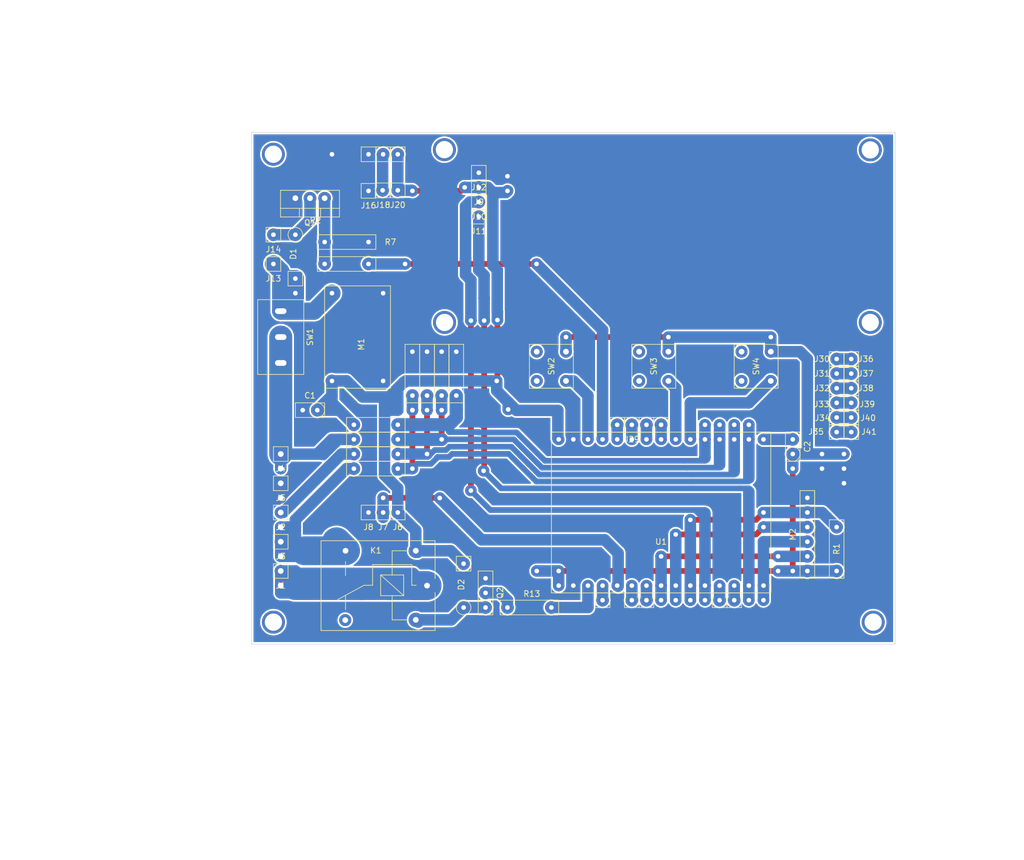
<source format=kicad_pcb>
(kicad_pcb (version 20171130) (host pcbnew "(5.1.6)-1")
  (layers (0 F.Cu signal) (31 B.Cu signal) (34 B.Paste user hide) (35 F.Paste user hide) (36 B.SilkS user hide) (37 F.SilkS user hide) (38 B.Mask user hide) (39 F.Mask user hide) (44 Edge.Cuts user))
  (net 0 "")
  (net 1 GND)
  (net 2 +5V)
  (net 3 +3V3)
  (net 4 "Net-(C2-Pad2)")
  (net 5 "Net-(D1-Pad2)")
  (net 6 "Net-(D2-Pad2)")
  (net 7 PUMP_IN)
  (net 8 PUMP_OUT)
  (net 9 PUMP2_IN)
  (net 10 LED_DATA)
  (net 11 SDA)
  (net 12 SCL)
  (net 13 +12V)
  (net 14 MISO)
  (net 15 SCLK)
  (net 16 MOSI)
  (net 17 SD_CS)
  (net 18 RELAY)
  (net 19 S_POUT)
  (net 20 S_PIN2)
  (net 21 S_12V)
  (net 22 S_5V)
  (net 23 BUTTON1)
  (net 24 BUTTON2)
  (net 25 BUTTON3)
  (net 26 ALARM)
  (net 27 RAW_12V)
  (net 28 "Net-(J17-Pad1)")
  (net 29 "Net-(Q2-Pad2)")
  (net 30 "Net-(Q1-Pad1)")
  (net 31 "Net-(J21-Pad1)")
  (net 32 "Net-(J22-Pad1)")
  (net 33 "Net-(J23-Pad1)")
  (net 34 "Net-(J24-Pad1)")
  (net 35 "Net-(J25-Pad1)")
  (net 36 "Net-(J26-Pad1)")
  (net 37 "Net-(J27-Pad1)")
  (net 38 "Net-(J28-Pad1)")
  (net 39 "Net-(J29-Pad1)")
  (net 40 "Net-(J30-Pad1)")
  (net 41 "Net-(J31-Pad1)")
  (net 42 "Net-(J32-Pad1)")
  (net 43 "Net-(J33-Pad1)")
  (net 44 "Net-(J34-Pad1)")
  (net 45 "Net-(J35-Pad1)")
  (module cnc3018-PCB:ESP32-DEV_0 (layer F.Cu) (at 71.12 -22.86)
    (fp_text reference U1 (at 0 5.08) (layer F.SilkS))
    (fp_text value ESP32_DEV_0)
    (pad 1 thru_hole circle (at -17.78 -12.7) (size 2 2) (drill 0.8) (layers *.Cu *.Mask) (net 2 +5V))
    (pad 2 thru_hole circle (at -15.24 -12.7) (size 2 2) (drill 0.8) (layers *.Cu *.Mask) (net 1 GND))
    (pad 3 thru_hole circle (at -12.7 -12.7) (size 2 2) (drill 0.8) (layers *.Cu *.Mask) (net 23 BUTTON1))
    (pad 4 thru_hole circle (at -10.16 -12.7) (size 2 2) (drill 0.8) (layers *.Cu *.Mask) (net 26 ALARM))
    (pad 5 thru_hole circle (at -7.62 -12.7) (size 2 2) (drill 0.8) (layers *.Cu *.Mask) (net 34 "Net-(J24-Pad1)"))
    (pad 6 thru_hole circle (at -5.08 -12.7) (size 2 2) (drill 0.8) (layers *.Cu *.Mask) (net 39 "Net-(J29-Pad1)"))
    (pad 7 thru_hole circle (at -2.54 -12.7) (size 2 2) (drill 0.8) (layers *.Cu *.Mask) (net 35 "Net-(J25-Pad1)"))
    (pad 8 thru_hole circle (at 0 -12.7) (size 2 2) (drill 0.8) (layers *.Cu *.Mask) (net 36 "Net-(J26-Pad1)"))
    (pad 9 thru_hole circle (at 2.54 -12.7) (size 2 2) (drill 0.8) (layers *.Cu *.Mask) (net 24 BUTTON2))
    (pad 10 thru_hole circle (at 5.08 -12.7) (size 2 2) (drill 0.8) (layers *.Cu *.Mask) (net 25 BUTTON3))
    (pad 11 thru_hole circle (at 7.62 -12.7) (size 2 2) (drill 0.8) (layers *.Cu *.Mask) (net 22 S_5V))
    (pad 12 thru_hole circle (at 10.16 -12.7) (size 2 2) (drill 0.8) (layers *.Cu *.Mask) (net 21 S_12V))
    (pad 13 thru_hole circle (at 12.7 -12.7) (size 2 2) (drill 0.8) (layers *.Cu *.Mask) (net 20 S_PIN2))
    (pad 14 thru_hole circle (at 15.24 -12.7) (size 2 2) (drill 0.8) (layers *.Cu *.Mask) (net 19 S_POUT))
    (pad 15 thru_hole circle (at 17.78 -12.7) (size 2 2) (drill 0.8) (layers *.Cu *.Mask) (net 4 "Net-(C2-Pad2)"))
    (pad 16 thru_hole circle (at 17.78 12.7) (size 2 2) (drill 0.8) (layers *.Cu *.Mask) (net 16 MOSI))
    (pad 17 thru_hole circle (at 15.24 12.7) (size 2 2) (drill 0.8) (layers *.Cu *.Mask) (net 12 SCL))
    (pad 18 thru_hole circle (at 12.7 12.7) (size 2 2) (drill 0.8) (layers *.Cu *.Mask) (net 38 "Net-(J28-Pad1)"))
    (pad 19 thru_hole circle (at 10.16 12.7) (size 2 2) (drill 0.8) (layers *.Cu *.Mask) (net 37 "Net-(J27-Pad1)"))
    (pad 20 thru_hole circle (at 7.62 12.7) (size 2 2) (drill 0.8) (layers *.Cu *.Mask) (net 11 SDA))
    (pad 21 thru_hole circle (at 5.08 12.7) (size 2 2) (drill 0.8) (layers *.Cu *.Mask) (net 14 MISO))
    (pad 22 thru_hole circle (at 2.54 12.7) (size 2 2) (drill 0.8) (layers *.Cu *.Mask) (net 15 SCLK))
    (pad 23 thru_hole circle (at 0 12.7) (size 2 2) (drill 0.8) (layers *.Cu *.Mask) (net 17 SD_CS))
    (pad 24 thru_hole circle (at -2.54 12.7) (size 2 2) (drill 0.8) (layers *.Cu *.Mask) (net 33 "Net-(J23-Pad1)"))
    (pad 25 thru_hole circle (at -5.08 12.7) (size 2 2) (drill 0.8) (layers *.Cu *.Mask) (net 32 "Net-(J22-Pad1)"))
    (pad 26 thru_hole circle (at -7.62 12.7) (size 2 2) (drill 0.8) (layers *.Cu *.Mask) (net 10 LED_DATA))
    (pad 27 thru_hole circle (at -10.16 12.7) (size 2 2) (drill 0.8) (layers *.Cu *.Mask) (net 31 "Net-(J21-Pad1)"))
    (pad 28 thru_hole circle (at -12.7 12.7) (size 2 2) (drill 0.8) (layers *.Cu *.Mask) (net 18 RELAY))
    (pad 29 thru_hole circle (at -15.24 12.7) (size 2 2) (drill 0.8) (layers *.Cu *.Mask) (net 1 GND))
    (pad 30 thru_hole circle (at -17.78 12.7) (size 2 2) (drill 0.8) (layers *.Cu *.Mask) (net 3 +3V3))
  )
  (module cnc3018-PCB:my1pin (layer F.Cu) (at 20.32 -78.74)
    (fp_text reference J16 (at 0 2.54) (layer F.SilkS))
    (fp_text value LED_GND)
    (pad 1 thru_hole circle (at 0 0) (size 2.2 2.2) (drill 0.8) (layers *.Cu *.Mask) (net 1 GND))
  )
  (module cnc3018-PCB:my2pin (layer F.Cu) (at 11.43 -40.64 180)
    (fp_text reference C1 (at 1.27 2.54) (layer F.SilkS))
    (fp_text value 47uf)
    (pad 2 thru_hole circle (at 2.54 0 180) (size 2.2 2.2) (drill 0.8) (layers *.Cu *.Mask) (net 1 GND))
    (pad 1 thru_hole circle (at 0 0 180) (size 2.2 2.2) (drill 0.8) (layers *.Cu *.Mask) (net 2 +5V))
  )
  (module cnc3018-PCB:my2pin (layer F.Cu) (at 93.98 -33.02 90)
    (fp_text reference C2 (at 1.27 2.54 90) (layer F.SilkS))
    (fp_text value 10uf)
    (pad 1 thru_hole circle (at 0 0 90) (size 2.2 2.2) (drill 0.8) (layers *.Cu *.Mask) (net 3 +3V3))
    (pad 2 thru_hole circle (at 2.54 0 90) (size 2.2 2.2) (drill 0.8) (layers *.Cu *.Mask) (net 4 "Net-(C2-Pad2)"))
  )
  (module cnc3018-PCB:my1pin (layer F.Cu) (at 5.08 -12.7)
    (fp_text reference J1 (at 0 2.54) (layer F.SilkS))
    (fp_text value "PUMP IN")
    (pad 1 thru_hole circle (at 0 0) (size 2.1 2.1) (drill 1) (layers *.Cu *.Mask) (net 7 PUMP_IN))
  )
  (module cnc3018-PCB:my1pin (layer F.Cu) (at 5.08 -17.78)
    (fp_text reference J3 (at 0 2.54) (layer F.SilkS))
    (fp_text value "PUMP OUT")
    (pad 1 thru_hole circle (at 0 0) (size 2.1 2.1) (drill 1) (layers *.Cu *.Mask) (net 8 PUMP_OUT))
  )
  (module cnc3018-PCB:my1pin (layer F.Cu) (at 5.08 -22.86)
    (fp_text reference J2 (at 0 2.54) (layer F.SilkS))
    (fp_text value "PUMP2 IN")
    (pad 1 thru_hole circle (at 0 0) (size 2.1 2.1) (drill 1) (layers *.Cu *.Mask) (net 9 PUMP2_IN))
  )
  (module cnc3018-PCB:my1pin (layer F.Cu) (at 5.08 -33.02)
    (fp_text reference J4 (at 0 2.54) (layer F.SilkS))
    (fp_text value 12V)
    (pad 1 thru_hole circle (at 0 0) (size 2.1 2.1) (drill 1) (layers *.Cu *.Mask) (net 27 RAW_12V))
  )
  (module cnc3018-PCB:my1pin (layer F.Cu) (at 5.08 -27.94)
    (fp_text reference J5 (at 0 2.54) (layer F.SilkS))
    (fp_text value GND)
    (pad 1 thru_hole circle (at 0 0) (size 2.1 2.1) (drill 1) (layers *.Cu *.Mask) (net 1 GND))
  )
  (module cnc3018-PCB:my1pin (layer F.Cu) (at 25.4 -22.86)
    (fp_text reference J6 (at 0 2.54) (layer F.SilkS))
    (fp_text value LED_5V)
    (pad 1 thru_hole circle (at 0 0) (size 2.2 2.2) (drill 0.8) (layers *.Cu *.Mask) (net 2 +5V))
  )
  (module cnc3018-PCB:my1pin (layer F.Cu) (at 22.86 -22.86)
    (fp_text reference J7 (at 0 2.54) (layer F.SilkS))
    (fp_text value LED_DATA)
    (pad 1 thru_hole circle (at 0 0) (size 2.2 2.2) (drill 0.8) (layers *.Cu *.Mask) (net 10 LED_DATA))
  )
  (module cnc3018-PCB:my1pin (layer F.Cu) (at 20.32 -22.86)
    (fp_text reference J8 (at 0 2.54) (layer F.SilkS))
    (fp_text value LED_GND)
    (pad 1 thru_hole circle (at 0 0) (size 2.2 2.2) (drill 0.8) (layers *.Cu *.Mask) (net 1 GND))
  )
  (module cnc3018-PCB:my1pin (layer F.Cu) (at 39.47 -79.34)
    (fp_text reference J9 (at 0 2.54) (layer F.SilkS))
    (fp_text value LCD_5V)
    (pad 1 thru_hole circle (at 0 0) (size 2.2 2.2) (drill 0.8) (layers *.Cu *.Mask) (net 2 +5V))
  )
  (module cnc3018-PCB:my1pin (layer F.Cu) (at 39.47 -76.8)
    (fp_text reference J10 (at 0 2.54) (layer F.SilkS))
    (fp_text value LCD_SDA)
    (pad 1 thru_hole circle (at 0 0) (size 2.2 2.2) (drill 0.8) (layers *.Cu *.Mask) (net 11 SDA))
  )
  (module cnc3018-PCB:my1pin (layer F.Cu) (at 39.47 -74.26)
    (fp_text reference J11 (at 0 2.54) (layer F.SilkS))
    (fp_text value LCD_SCL)
    (pad 1 thru_hole circle (at 0 0) (size 2.2 2.2) (drill 0.8) (layers *.Cu *.Mask) (net 12 SCL))
  )
  (module cnc3018-PCB:my1pin (layer F.Cu) (at 39.47 -81.89)
    (fp_text reference J12 (at 0 2.54) (layer F.SilkS))
    (fp_text value LCD_GND)
    (pad 1 thru_hole circle (at 0 0) (size 2.2 2.2) (drill 0.8) (layers *.Cu *.Mask) (net 1 GND))
  )
  (module cnc3018-PCB:my1pin (layer F.Cu) (at 3.81 -66.04)
    (fp_text reference J13 (at 0 2.54) (layer F.SilkS))
    (fp_text value ALARM+)
    (pad 1 thru_hole circle (at 0 0) (size 2.2 2.2) (drill 0.8) (layers *.Cu *.Mask) (net 13 +12V))
  )
  (module cnc3018-PCB:my1pin (layer F.Cu) (at 3.81 -71.12)
    (fp_text reference J14 (at 0 2.54) (layer F.SilkS))
    (fp_text value ALARM-)
    (pad 1 thru_hole circle (at 0 0) (size 2.2 2.2) (drill 0.8) (layers *.Cu *.Mask) (net 5 "Net-(D1-Pad2)"))
  )
  (module Relay_THT:Relay_SPDT_SANYOU_SRD_Series_Form_C (layer F.Cu) (at 30.48 -10.16 180)
    (fp_text reference K1 (at 8.89 6.096) (layer F.SilkS))
    (fp_text value RELAY)
    (pad 2 thru_hole circle (at 1.95 6.05 270) (size 2.5 2.5) (drill 1) (layers *.Cu *.Mask) (net 2 +5V))
    (pad 3 thru_hole circle (at 14.15 6.05 180) (size 2.1 2.1) (drill 1) (layers *.Cu *.Mask) (net 8 PUMP_OUT))
    (pad 4 thru_hole circle (at 14.2 -6 180) (size 2.1 2.1) (drill 1) (layers *.Cu *.Mask))
    (pad 5 thru_hole circle (at 1.95 -5.95 270) (size 2.5 2.5) (drill 1) (layers *.Cu *.Mask) (net 6 "Net-(D2-Pad2)"))
    (pad 1 thru_hole circle (at 0 0 180) (size 2.1 2.1) (drill 1) (layers *.Cu *.Mask) (net 7 PUMP_IN))
  )
  (module cnc3018-PCB:BUCK01 (layer F.Cu) (at 22.86 -55.88 270)
    (fp_text reference M1 (at 3.81 3.81 90) (layer F.SilkS))
    (fp_text value BUCK01)
    (pad 1 thru_hole circle (at -5.08 0 270) (size 2.2 2.2) (drill 0.8) (layers *.Cu *.Mask) (net 1 GND))
    (pad 2 thru_hole circle (at 10.16 0 270) (size 2.2 2.2) (drill 0.8) (layers *.Cu *.Mask) (net 1 GND))
    (pad 3 thru_hole circle (at 10.16 8.89 270) (size 2.2 2.2) (drill 0.8) (layers *.Cu *.Mask) (net 2 +5V))
    (pad 4 thru_hole circle (at -5.08 8.89 270) (size 2.2 2.2) (drill 0.8) (layers *.Cu *.Mask) (net 13 +12V))
  )
  (module cnc3018-PCB:my6Pin (layer F.Cu) (at 96.52 -25.4 270)
    (fp_text reference M2 (at 6.35 2.54 90) (layer F.SilkS))
    (fp_text value SD_TYP0)
    (pad 1 thru_hole circle (at 0 0 270) (size 2.2 2.2) (drill 0.8) (layers *.Cu *.Mask) (net 1 GND))
    (pad 2 thru_hole circle (at 2.54 0 270) (size 2.2 2.2) (drill 0.8) (layers *.Cu *.Mask) (net 14 MISO))
    (pad 3 thru_hole circle (at 5.08 0 270) (size 2.2 2.2) (drill 0.8) (layers *.Cu *.Mask) (net 15 SCLK))
    (pad 4 thru_hole circle (at 7.62 0 270) (size 2.2 2.2) (drill 0.8) (layers *.Cu *.Mask) (net 16 MOSI))
    (pad 5 thru_hole circle (at 10.16 0 270) (size 2.2 2.2) (drill 0.8) (layers *.Cu *.Mask) (net 17 SD_CS))
    (pad 6 thru_hole circle (at 12.7 0 270) (size 2.2 2.2) (drill 0.8) (layers *.Cu *.Mask) (net 3 +3V3))
  )
  (module cnc3018-PCB:myResistor (layer F.Cu) (at 101.6 -20.32 270)
    (fp_text reference R1 (at 3.81 0 90) (layer F.SilkS))
    (fp_text value 10K)
    (pad 2 thru_hole circle (at 7.62 0 270) (size 2.2 2.2) (drill 0.8) (layers *.Cu *.Mask) (net 3 +3V3))
    (pad 1 thru_hole circle (at 0 0 270) (size 2.2 2.2) (drill 0.8) (layers *.Cu *.Mask) (net 14 MISO))
  )
  (module cnc3018-PCB:myResistor (layer F.Cu) (at 17.78 -30.48)
    (fp_text reference R3)
    (fp_text value 4.7K)
    (pad 1 thru_hole circle (at 0 0) (size 2.2 2.2) (drill 0.8) (layers *.Cu *.Mask) (net 8 PUMP_OUT))
    (pad 2 thru_hole circle (at 7.62 0) (size 2.2 2.2) (drill 0.8) (layers *.Cu *.Mask) (net 19 S_POUT))
  )
  (module cnc3018-PCB:myResistor (layer F.Cu) (at 17.78 -33.02)
    (fp_text reference R4)
    (fp_text value 4.7K)
    (pad 2 thru_hole circle (at 7.62 0) (size 2.2 2.2) (drill 0.8) (layers *.Cu *.Mask) (net 20 S_PIN2))
    (pad 1 thru_hole circle (at 0 0) (size 2.2 2.2) (drill 0.8) (layers *.Cu *.Mask) (net 9 PUMP2_IN))
  )
  (module cnc3018-PCB:myResistor (layer F.Cu) (at 17.78 -35.56)
    (fp_text reference R5)
    (fp_text value 4.7K)
    (pad 2 thru_hole circle (at 7.62 0) (size 2.2 2.2) (drill 0.8) (layers *.Cu *.Mask) (net 21 S_12V))
    (pad 1 thru_hole circle (at 0 0) (size 2.2 2.2) (drill 0.8) (layers *.Cu *.Mask) (net 27 RAW_12V))
  )
  (module cnc3018-PCB:myResistor (layer F.Cu) (at 17.78 -38.1)
    (fp_text reference R6 hide)
    (fp_text value 10K)
    (pad 2 thru_hole circle (at 7.62 0) (size 2.2 2.2) (drill 0.8) (layers *.Cu *.Mask) (net 22 S_5V))
    (pad 1 thru_hole circle (at 0 0) (size 2.2 2.2) (drill 0.8) (layers *.Cu *.Mask) (net 2 +5V))
  )
  (module cnc3018-PCB:myResistor (layer F.Cu) (at 27.94 -43.18 90)
    (fp_text reference R8)
    (fp_text value 1K)
    (pad 2 thru_hole circle (at 7.62 0 90) (size 2.2 2.2) (drill 0.8) (layers *.Cu *.Mask) (net 1 GND))
    (pad 1 thru_hole circle (at 0 0 90) (size 2.2 2.2) (drill 0.8) (layers *.Cu *.Mask) (net 19 S_POUT))
  )
  (module cnc3018-PCB:myResistor (layer F.Cu) (at 30.48 -43.18 90)
    (fp_text reference R9)
    (fp_text value 1K)
    (pad 2 thru_hole circle (at 7.62 0 90) (size 2.2 2.2) (drill 0.8) (layers *.Cu *.Mask) (net 1 GND))
    (pad 1 thru_hole circle (at 0 0 90) (size 2.2 2.2) (drill 0.8) (layers *.Cu *.Mask) (net 20 S_PIN2))
  )
  (module cnc3018-PCB:myResistor (layer F.Cu) (at 33.02 -43.18 90)
    (fp_text reference R10)
    (fp_text value 1K)
    (pad 2 thru_hole circle (at 7.62 0 90) (size 2.2 2.2) (drill 0.8) (layers *.Cu *.Mask) (net 1 GND))
    (pad 1 thru_hole circle (at 0 0 90) (size 2.2 2.2) (drill 0.8) (layers *.Cu *.Mask) (net 21 S_12V))
  )
  (module cnc3018-PCB:myResistor (layer F.Cu) (at 35.56 -43.18 90)
    (fp_text reference R11)
    (fp_text value 10K)
    (pad 2 thru_hole circle (at 7.62 0 90) (size 2.2 2.2) (drill 0.8) (layers *.Cu *.Mask) (net 1 GND))
    (pad 1 thru_hole circle (at 0 0 90) (size 2.2 2.2) (drill 0.8) (layers *.Cu *.Mask) (net 22 S_5V))
  )
  (module cnc3018-PCB:myResistor (layer F.Cu) (at 44.45 -6.35)
    (fp_text reference R13 (at 4.225 -2.375) (layer F.SilkS))
    (fp_text value 1K)
    (pad 1 thru_hole circle (at 0 0) (size 2.2 2.2) (drill 0.8) (layers *.Cu *.Mask) (net 29 "Net-(Q2-Pad2)"))
    (pad 2 thru_hole circle (at 7.62 0) (size 2.2 2.2) (drill 0.8) (layers *.Cu *.Mask) (net 18 RELAY))
  )
  (module cnc3018-PCB:SW_DPDT_BLUE_LEVER (layer F.Cu) (at 5.08 -53.34 90)
    (fp_text reference SW1 (at 0 5.08 90) (layer F.SilkS))
    (fp_text value POWER)
    (pad 2 thru_hole oval (at 0 0 90) (size 2 3) (drill oval 1 2) (layers *.Cu *.Mask) (net 27 RAW_12V))
    (pad 1 thru_hole oval (at -4.5 0 90) (size 2 3) (drill oval 1 2) (layers *.Cu *.Mask) (net 27 RAW_12V))
    (pad 3 thru_hole oval (at 4.5 0 90) (size 2 3) (drill oval 1 2) (layers *.Cu *.Mask) (net 13 +12V))
  )
  (module cnc3018-PCB:BUTTON (layer F.Cu) (at 52.07 -48.26 90)
    (fp_text reference SW2 (at 0 0 90) (layer F.SilkS))
    (fp_text value BUTTON1)
    (pad 3 thru_hole circle (at -2.54 -2.54 90) (size 2.1 2.1) (drill 1) (layers *.Cu *.Mask))
    (pad 4 thru_hole circle (at 2.54 -2.54 90) (size 2.1 2.1) (drill 1) (layers *.Cu *.Mask))
    (pad 2 thru_hole circle (at -2.54 2.54 90) (size 2.1 2.1) (drill 1) (layers *.Cu *.Mask) (net 23 BUTTON1))
    (pad 1 thru_hole circle (at 2.54 2.54 90) (size 2.1 2.1) (drill 1) (layers *.Cu *.Mask) (net 3 +3V3))
  )
  (module cnc3018-PCB:BUTTON (layer F.Cu) (at 69.85 -48.26 90)
    (fp_text reference SW3 (at 0 0 90) (layer F.SilkS))
    (fp_text value BUTTON2)
    (pad 1 thru_hole circle (at 2.54 2.54 90) (size 2.1 2.1) (drill 1) (layers *.Cu *.Mask) (net 3 +3V3))
    (pad 2 thru_hole circle (at -2.54 2.54 90) (size 2.1 2.1) (drill 1) (layers *.Cu *.Mask) (net 24 BUTTON2))
    (pad 4 thru_hole circle (at 2.54 -2.54 90) (size 2.1 2.1) (drill 1) (layers *.Cu *.Mask))
    (pad 3 thru_hole circle (at -2.54 -2.54 90) (size 2.1 2.1) (drill 1) (layers *.Cu *.Mask))
  )
  (module cnc3018-PCB:BUTTON (layer F.Cu) (at 87.63 -48.26 90)
    (fp_text reference SW4 (at 0 0 90) (layer F.SilkS))
    (fp_text value BUTTON3)
    (pad 3 thru_hole circle (at -2.54 -2.54 90) (size 2.1 2.1) (drill 1) (layers *.Cu *.Mask))
    (pad 4 thru_hole circle (at 2.54 -2.54 90) (size 2.1 2.1) (drill 1) (layers *.Cu *.Mask))
    (pad 2 thru_hole circle (at -2.54 2.54 90) (size 2.1 2.1) (drill 1) (layers *.Cu *.Mask) (net 25 BUTTON3))
    (pad 1 thru_hole circle (at 2.54 2.54 90) (size 2.1 2.1) (drill 1) (layers *.Cu *.Mask) (net 3 +3V3))
  )
  (module cnc3018-PCB:my1pin (layer F.Cu) (at 20.32 -85.09 90)
    (fp_text reference J15)
    (fp_text value LED_GND)
    (pad 1 thru_hole circle (at 0 0 90) (size 2.2 2.2) (drill 0.8) (layers *.Cu *.Mask) (net 1 GND))
  )
  (module cnc3018-PCB:my1pin (layer F.Cu) (at 22.86 -85.09)
    (fp_text reference J17)
    (fp_text value LED_DATA)
    (pad 1 thru_hole circle (at 0 0) (size 2.2 2.2) (drill 0.8) (layers *.Cu *.Mask) (net 28 "Net-(J17-Pad1)"))
  )
  (module cnc3018-PCB:my1pin (layer F.Cu) (at 22.770001 -78.829999)
    (fp_text reference J18 (at 0 2.54) (layer F.SilkS))
    (fp_text value LED_DATA)
    (pad 1 thru_hole circle (at 0 0) (size 2.2 2.2) (drill 0.8) (layers *.Cu *.Mask) (net 28 "Net-(J17-Pad1)"))
  )
  (module cnc3018-PCB:my1pin (layer F.Cu) (at 25.4 -85.09)
    (fp_text reference J19)
    (fp_text value LED_5V)
    (pad 1 thru_hole circle (at 0 0) (size 2.2 2.2) (drill 0.8) (layers *.Cu *.Mask) (net 2 +5V))
  )
  (module cnc3018-PCB:my1pin (layer F.Cu) (at 25.4 -78.829999)
    (fp_text reference J20 (at 0 2.54) (layer F.SilkS))
    (fp_text value LED_5V)
    (pad 1 thru_hole circle (at 0 0) (size 2.2 2.2) (drill 0.8) (layers *.Cu *.Mask) (net 2 +5V))
  )
  (module cnc3018-PCB:my3pin (layer F.Cu) (at 40.64 -8.89 90)
    (fp_text reference Q2 (at 0 2.54 90) (layer F.SilkS))
    (fp_text value BCS547)
    (pad 1 thru_hole circle (at -2.54 0 90) (size 2.2 2.2) (drill 0.8) (layers *.Cu *.Mask) (net 6 "Net-(D2-Pad2)"))
    (pad 2 thru_hole circle (at 0 0 90) (size 2.2 2.2) (drill 0.8) (layers *.Cu *.Mask) (net 29 "Net-(Q2-Pad2)"))
    (pad 3 thru_hole circle (at 2.54 0 90) (size 2.2 2.2) (drill 0.8) (layers *.Cu *.Mask) (net 1 GND))
  )
  (module cnc3018-PCB:mySkip2 (layer F.Cu) (at 36.83 -13.97 270)
    (fp_text reference D2 (at 3.645 0.405 90) (layer F.SilkS))
    (fp_text value 1N4005)
    (pad 1 thru_hole circle (at 0 0 270) (size 2.2 2.2) (drill 0.8) (layers *.Cu *.Mask) (net 2 +5V))
    (pad 2 thru_hole circle (at 7.62 0 270) (size 2.2 2.2) (drill 0.8) (layers *.Cu *.Mask) (net 6 "Net-(D2-Pad2)"))
  )
  (module Package_TO_SOT_THT:TO-220-3_Vertical (layer F.Cu) (at 12.7 -77.47 180)
    (fp_text reference Q1 (at 2.54 -4.27) (layer F.SilkS))
    (fp_text value IRLZ44N)
    (pad 1 thru_hole circle (at 0 0 180) (size 2.2 2.2) (drill 1) (layers *.Cu *.Mask) (net 30 "Net-(Q1-Pad1)"))
    (pad 2 thru_hole circle (at 2.54 0 180) (size 2.2 2.2) (drill 1) (layers *.Cu *.Mask) (net 5 "Net-(D1-Pad2)"))
    (pad 3 thru_hole circle (at 5.08 0 180) (size 2.2 2.2) (drill 1) (layers *.Cu *.Mask) (net 1 GND))
  )
  (module cnc3018-PCB:myResistor (layer F.Cu) (at 20.32 -66.04 180)
    (fp_text reference R2 (at 9.217999 7.559999) (layer F.SilkS))
    (fp_text value 220)
    (pad 1 thru_hole circle (at 0 0 180) (size 2.2 2.2) (drill 0.8) (layers *.Cu *.Mask) (net 26 ALARM))
    (pad 2 thru_hole circle (at 7.62 0 180) (size 2.2 2.2) (drill 0.8) (layers *.Cu *.Mask) (net 30 "Net-(Q1-Pad1)"))
  )
  (module cnc3018-PCB:myResistor (layer F.Cu) (at 12.7 -69.85)
    (fp_text reference R7 (at 11.43 0) (layer F.SilkS))
    (fp_text value 10K)
    (pad 2 thru_hole circle (at 7.62 0) (size 2.2 2.2) (drill 0.8) (layers *.Cu *.Mask) (net 1 GND))
    (pad 1 thru_hole circle (at 0 0) (size 2.2 2.2) (drill 0.8) (layers *.Cu *.Mask) (net 30 "Net-(Q1-Pad1)"))
  )
  (module cnc3018-PCB:mySkip2 (layer F.Cu) (at 7.62 -63.5 90)
    (fp_text reference D1 (at 4.275 -0.37 90) (layer F.SilkS))
    (fp_text value 1N5818)
    (pad 1 thru_hole circle (at 0 0 90) (size 2.2 2.2) (drill 0.8) (layers *.Cu *.Mask) (net 13 +12V))
    (pad 2 thru_hole circle (at 7.62 0 90) (size 2.2 2.2) (drill 0.8) (layers *.Cu *.Mask) (net 5 "Net-(D1-Pad2)"))
  )
  (module cnc3018-PCB:my1pin (layer F.Cu) (at 60.96 -7.62)
    (fp_text reference J21)
    (fp_text value AUX)
    (pad 1 thru_hole circle (at 0 0) (size 2.2 2.2) (drill 0.8) (layers *.Cu *.Mask) (net 31 "Net-(J21-Pad1)"))
  )
  (module cnc3018-PCB:my1pin (layer F.Cu) (at 66.04 -7.62)
    (fp_text reference J22)
    (fp_text value AUX)
    (pad 1 thru_hole circle (at 0 0) (size 2.2 2.2) (drill 0.8) (layers *.Cu *.Mask) (net 32 "Net-(J22-Pad1)"))
  )
  (module cnc3018-PCB:my1pin (layer F.Cu) (at 68.58 -7.62)
    (fp_text reference J23)
    (fp_text value AUX)
    (pad 1 thru_hole circle (at 0 0) (size 2.2 2.2) (drill 0.8) (layers *.Cu *.Mask) (net 33 "Net-(J23-Pad1)"))
  )
  (module cnc3018-PCB:my1pin (layer F.Cu) (at 63.5 -38.1)
    (fp_text reference J24)
    (fp_text value AUX)
    (pad 1 thru_hole circle (at 0 0) (size 2.2 2.2) (drill 0.8) (layers *.Cu *.Mask) (net 34 "Net-(J24-Pad1)"))
  )
  (module cnc3018-PCB:my1pin (layer F.Cu) (at 68.58 -38.1)
    (fp_text reference J25)
    (fp_text value AUX)
    (pad 1 thru_hole circle (at 0 0) (size 2.2 2.2) (drill 0.8) (layers *.Cu *.Mask) (net 35 "Net-(J25-Pad1)"))
  )
  (module cnc3018-PCB:my1pin (layer F.Cu) (at 71.12 -38.1)
    (fp_text reference J26)
    (fp_text value AUX)
    (pad 1 thru_hole circle (at 0 0) (size 2.2 2.2) (drill 0.8) (layers *.Cu *.Mask) (net 36 "Net-(J26-Pad1)"))
  )
  (module cnc3018-PCB:my1pin (layer F.Cu) (at 81.28 -7.62)
    (fp_text reference J27)
    (fp_text value AUX)
    (pad 1 thru_hole circle (at 0 0) (size 2.2 2.2) (drill 0.8) (layers *.Cu *.Mask) (net 37 "Net-(J27-Pad1)"))
  )
  (module cnc3018-PCB:my1pin (layer F.Cu) (at 83.82 -7.62)
    (fp_text reference J28)
    (fp_text value AUX)
    (pad 1 thru_hole circle (at 0 0) (size 2.2 2.2) (drill 0.8) (layers *.Cu *.Mask) (net 38 "Net-(J28-Pad1)"))
  )
  (module cnc3018-PCB:my1pin (layer F.Cu) (at 66.04 -38.1)
    (fp_text reference J29 (at 0 2.54) (layer F.SilkS))
    (fp_text value AUX)
    (pad 1 thru_hole circle (at 0 0) (size 2.2 2.2) (drill 0.8) (layers *.Cu *.Mask) (net 39 "Net-(J29-Pad1)"))
  )
  (module cnc3018-PCB:my1pin (layer F.Cu) (at 101.6 -49.53)
    (fp_text reference J30 (at -2.54 0) (layer F.SilkS))
    (fp_text value AUX hide)
    (pad 1 thru_hole circle (at 0 0) (size 2.2 2.2) (drill 0.8) (layers *.Cu *.Mask) (net 40 "Net-(J30-Pad1)"))
  )
  (module cnc3018-PCB:my1pin (layer F.Cu) (at 101.6 -46.99)
    (fp_text reference J31 (at -2.54 0) (layer F.SilkS))
    (fp_text value AUX)
    (pad 1 thru_hole circle (at 0 0) (size 2.2 2.2) (drill 0.8) (layers *.Cu *.Mask) (net 41 "Net-(J31-Pad1)"))
  )
  (module cnc3018-PCB:my1pin (layer F.Cu) (at 101.6 -44.45)
    (fp_text reference J32 (at -2.54 0) (layer F.SilkS))
    (fp_text value AUX)
    (pad 1 thru_hole circle (at 0 0) (size 2.2 2.2) (drill 0.8) (layers *.Cu *.Mask) (net 42 "Net-(J32-Pad1)"))
  )
  (module cnc3018-PCB:my1pin (layer F.Cu) (at 101.6 -41.91)
    (fp_text reference J33 (at -2.600001 0.239999) (layer F.SilkS))
    (fp_text value AUX)
    (pad 1 thru_hole circle (at 0 0) (size 2.2 2.2) (drill 0.8) (layers *.Cu *.Mask) (net 43 "Net-(J33-Pad1)"))
  )
  (module cnc3018-PCB:my1pin (layer F.Cu) (at 101.6 -39.37)
    (fp_text reference J34 (at -2.450001 0.089999) (layer F.SilkS))
    (fp_text value AUX)
    (pad 1 thru_hole circle (at 0 0) (size 2.2 2.2) (drill 0.8) (layers *.Cu *.Mask) (net 44 "Net-(J34-Pad1)"))
  )
  (module cnc3018-PCB:my1pin (layer F.Cu) (at 101.6 -36.83)
    (fp_text reference J35 (at -3.570001 -0.060001) (layer F.SilkS))
    (fp_text value AUX)
    (pad 1 thru_hole circle (at 0 0) (size 2.2 2.2) (drill 0.8) (layers *.Cu *.Mask) (net 45 "Net-(J35-Pad1)"))
  )
  (module cnc3018-PCB:my1pin (layer F.Cu) (at 104.14 -49.53)
    (fp_text reference J36 (at 2.54 0) (layer F.SilkS))
    (fp_text value AUX)
    (pad 1 thru_hole circle (at 0 0) (size 2.2 2.2) (drill 0.8) (layers *.Cu *.Mask) (net 40 "Net-(J30-Pad1)"))
  )
  (module cnc3018-PCB:my1pin (layer F.Cu) (at 104.14 -46.99)
    (fp_text reference J37 (at 2.54 0) (layer F.SilkS))
    (fp_text value AUX)
    (pad 1 thru_hole circle (at 0 0) (size 2.2 2.2) (drill 0.8) (layers *.Cu *.Mask) (net 41 "Net-(J31-Pad1)"))
  )
  (module cnc3018-PCB:my1pin (layer F.Cu) (at 104.14 -44.45)
    (fp_text reference J38 (at 2.54 0) (layer F.SilkS))
    (fp_text value AUX)
    (pad 1 thru_hole circle (at 0 0) (size 2.2 2.2) (drill 0.8) (layers *.Cu *.Mask) (net 42 "Net-(J32-Pad1)"))
  )
  (module cnc3018-PCB:my1pin (layer F.Cu) (at 104.14 -41.91)
    (fp_text reference J39 (at 2.779999 0.239999) (layer F.SilkS))
    (fp_text value AUX)
    (pad 1 thru_hole circle (at 0 0) (size 2.2 2.2) (drill 0.8) (layers *.Cu *.Mask) (net 43 "Net-(J33-Pad1)"))
  )
  (module cnc3018-PCB:my1pin (layer F.Cu) (at 104.14 -39.37)
    (fp_text reference J40 (at 2.929999 0.089999) (layer F.SilkS))
    (fp_text value AUX)
    (pad 1 thru_hole circle (at 0 0) (size 2.2 2.2) (drill 0.8) (layers *.Cu *.Mask) (net 44 "Net-(J34-Pad1)"))
  )
  (module cnc3018-PCB:my1pin (layer F.Cu) (at 104.14 -36.83)
    (fp_text reference J41 (at 3.079999 -0.060001) (layer F.SilkS))
    (fp_text value AUX)
    (pad 1 thru_hole circle (at 0 0) (size 2.2 2.2) (drill 0.8) (layers *.Cu *.Mask) (net 45 "Net-(J35-Pad1)"))
  )
  (gr_line (start 111.76 -88.9) (end 0 -88.9) (layer Edge.Cuts) (width 0.1))
  (gr_line (start 111.76 0) (end 111.76 -88.9) (layer Edge.Cuts) (width 0.1))
  (gr_line (start 0 0) (end 111.76 0) (layer Edge.Cuts) (width 0.1))
  (gr_line (start 0 -88.9) (end 0 0) (layer Edge.Cuts) (width 0.1))
  (via (at 107.442 -85.852) (size 4) (drill 3) (layers F.Cu B.Cu) (net 0))
  (via (at 107.95 -3.81) (size 4) (drill 3) (layers F.Cu B.Cu) (net 0))
  (via (at 33.528 -55.88) (size 4) (drill 3) (layers F.Cu B.Cu) (net 0))
  (via (at 3.81 -3.81) (size 4) (drill 3) (layers F.Cu B.Cu) (net 0))
  (via (at 107.442 -55.88) (size 4) (drill 3) (layers F.Cu B.Cu) (net 0))
  (via (at 33.5 -85.9) (size 4) (drill 3) (layers F.Cu B.Cu) (net 0))
  (via (at 3.8 -85.1) (size 4) (drill 3) (layers F.Cu B.Cu) (net 0))
  (via (at 99.06 -30.48) (size 2) (drill 0.8) (layers F.Cu B.Cu) (net 1))
  (via (at 102.87 -30.48) (size 2) (drill 0.8) (layers F.Cu B.Cu) (net 1))
  (via (at 44.45 -81.28) (size 2) (drill 0.8) (layers F.Cu B.Cu) (net 1))
  (via (at 13.97 -85.09) (size 2) (drill 0.8) (layers F.Cu B.Cu) (net 1))
  (via (at 102.87 -27.94) (size 2) (drill 0.8) (layers F.Cu B.Cu) (net 1))
  (via (at 5.08 -25.4) (size 2) (drill 1) (layers F.Cu B.Cu) (net 1))
  (segment (start 13.97 -45.72) (end 16.51 -45.72) (width 2) (layer B.Cu) (net 2))
  (segment (start 28.53 -19.73) (end 28.53 -16.21) (width 2) (layer B.Cu) (net 2))
  (segment (start 13.97 -43.18) (end 11.43 -40.64) (width 2) (layer B.Cu) (net 2))
  (segment (start 15.24 -40.64) (end 17.78 -38.1) (width 2) (layer B.Cu) (net 2))
  (segment (start 11.43 -40.64) (end 15.24 -40.64) (width 2) (layer B.Cu) (net 2))
  (segment (start 13.97 -41.91) (end 15.24 -40.64) (width 2) (layer B.Cu) (net 2))
  (segment (start 13.97 -43.18) (end 13.97 -41.91) (width 2) (layer B.Cu) (net 2))
  (segment (start 25.4 -22.86) (end 27.305 -20.955) (width 2) (layer B.Cu) (net 2))
  (segment (start 27.305 -20.955) (end 28.53 -19.73) (width 2) (layer B.Cu) (net 2))
  (segment (start 13.97 -45.72) (end 13.97 -44.45) (width 2) (layer B.Cu) (net 2))
  (segment (start 13.97 -44.45) (end 13.97 -43.18) (width 2) (layer B.Cu) (net 2))
  (segment (start 16.51 -45.72) (end 17.145 -45.085) (width 2) (layer B.Cu) (net 2))
  (segment (start 18.415 -43.815) (end 16.51 -45.72) (width 2) (layer B.Cu) (net 2))
  (segment (start 17.145 -45.085) (end 18.415 -43.815) (width 2) (layer B.Cu) (net 2))
  (via (at 27.94 -78.74) (size 2) (drill 0.8) (layers F.Cu B.Cu) (net 2))
  (segment (start 39.47 -79.34) (end 37.0174 -79.34) (width 2) (layer B.Cu) (net 2))
  (segment (start 37.0174 -79.34) (end 37.0174 -79.34) (width 2) (layer B.Cu) (net 2))
  (via (at 37.0174 -79.34) (size 2) (drill 0.8) (layers F.Cu B.Cu) (net 2))
  (segment (start 18.415 -43.815) (end 19.304 -42.926) (width 2) (layer B.Cu) (net 2))
  (segment (start 19.304 -42.926) (end 23.876 -42.926) (width 2) (layer B.Cu) (net 2))
  (segment (start 23.099999 -29.351001) (end 23.099999 -42.149999) (width 2) (layer B.Cu) (net 2))
  (segment (start 23.099999 -42.149999) (end 23.876 -42.926) (width 2) (layer B.Cu) (net 2))
  (segment (start 28.82002 -15.91998) (end 28.53 -16.21) (width 2) (layer B.Cu) (net 2))
  (segment (start 25.4 -27.051) (end 25.4 -22.86) (width 2) (layer B.Cu) (net 2))
  (segment (start 23.099999 -29.351001) (end 25.4 -27.051) (width 2) (layer B.Cu) (net 2))
  (segment (start 27.850001 -78.829999) (end 27.94 -78.74) (width 2) (layer B.Cu) (net 2))
  (segment (start 25.4 -78.829999) (end 27.850001 -78.829999) (width 2) (layer B.Cu) (net 2))
  (segment (start 36.4174 -78.74) (end 37.0174 -79.34) (width 1) (layer F.Cu) (net 2))
  (segment (start 27.94 -78.74) (end 36.4174 -78.74) (width 1) (layer F.Cu) (net 2))
  (segment (start 41.91 -78.455634) (end 41.91 -65.786) (width 2) (layer B.Cu) (net 2))
  (segment (start 41.025634 -79.34) (end 41.91 -78.455634) (width 2) (layer B.Cu) (net 2))
  (segment (start 41.91 -65.786) (end 42.672 -65.024) (width 2) (layer B.Cu) (net 2))
  (segment (start 39.47 -79.34) (end 41.025634 -79.34) (width 2) (layer B.Cu) (net 2))
  (segment (start 34.59 -16.21) (end 36.83 -13.97) (width 2) (layer B.Cu) (net 2))
  (segment (start 28.53 -16.21) (end 34.59 -16.21) (width 2) (layer B.Cu) (net 2))
  (segment (start 42.672 -57.772) (end 42.7 -57.744) (width 2) (layer B.Cu) (net 2))
  (segment (start 42.672 -65.024) (end 42.672 -57.772) (width 2) (layer B.Cu) (net 2))
  (segment (start 42.7 -57.744) (end 42.7 -56.3) (width 2) (layer B.Cu) (net 2))
  (segment (start 26.430001 -45.480001) (end 26.557001 -45.480001) (width 2) (layer B.Cu) (net 2))
  (segment (start 26.797 -45.72) (end 42.58 -45.72) (width 2) (layer B.Cu) (net 2))
  (segment (start 26.557001 -45.480001) (end 26.797 -45.72) (width 2) (layer B.Cu) (net 2))
  (segment (start 42.7 -56.3) (end 42.7 -56.3) (width 2) (layer B.Cu) (net 2))
  (via (at 42.7 -56.3) (size 2) (drill 0.8) (layers F.Cu B.Cu) (net 2))
  (segment (start 42.58 -45.72) (end 42.58 -45.72) (width 2) (layer B.Cu) (net 2))
  (via (at 42.58 -45.72) (size 2) (drill 0.8) (layers F.Cu B.Cu) (net 2))
  (segment (start 42.7 -45.84) (end 42.58 -45.72) (width 1) (layer F.Cu) (net 2))
  (segment (start 42.7 -56.3) (end 42.7 -45.84) (width 1) (layer F.Cu) (net 2))
  (segment (start 42.58 -45.72) (end 42.58 -44.02) (width 2) (layer B.Cu) (net 2))
  (segment (start 46 -40.6) (end 53.2 -40.6) (width 2) (layer B.Cu) (net 2))
  (segment (start 53.2 -35.7) (end 53.34 -35.56) (width 2) (layer B.Cu) (net 2))
  (segment (start 53.2 -40.6) (end 53.2 -35.7) (width 2) (layer B.Cu) (net 2))
  (segment (start 25.4 -78.829999) (end 25.4 -85.09) (width 2) (layer B.Cu) (net 2))
  (segment (start 44.57 -42.03) (end 44.57 -40.76) (width 2) (layer B.Cu) (net 2))
  (segment (start 44.57 -42.03) (end 46 -40.6) (width 2) (layer B.Cu) (net 2))
  (segment (start 42.58 -44.02) (end 44.57 -42.03) (width 2) (layer B.Cu) (net 2))
  (segment (start 44.57 -40.76) (end 44.57 -40.76) (width 2) (layer B.Cu) (net 2))
  (via (at 44.57 -40.76) (size 2) (drill 0.8) (layers F.Cu B.Cu) (net 2))
  (segment (start 41.91 -78.455634) (end 44.165634 -78.455634) (width 2) (layer B.Cu) (net 2))
  (segment (start 44.165634 -78.455634) (end 44.45 -78.74) (width 2) (layer B.Cu) (net 2))
  (segment (start 44.45 -78.74) (end 44.45 -78.74) (width 2) (layer B.Cu) (net 2))
  (via (at 44.45 -78.74) (size 2) (drill 0.8) (layers F.Cu B.Cu) (net 2))
  (segment (start 25.4 -44.45) (end 25.4 -40.64) (width 2) (layer B.Cu) (net 2))
  (segment (start 25.4 -44.45) (end 26.430001 -45.480001) (width 2) (layer B.Cu) (net 2))
  (segment (start 23.876 -42.926) (end 25.4 -44.45) (width 2) (layer B.Cu) (net 2))
  (segment (start 25.4 -40.64) (end 24.13 -40.64) (width 2) (layer B.Cu) (net 2))
  (segment (start 24.13 -40.64) (end 24.13 -41.91) (width 2) (layer B.Cu) (net 2))
  (segment (start 96.52 -12.7) (end 93.98 -12.7) (width 2) (layer B.Cu) (net 3))
  (segment (start 96.52 -12.7) (end 101.6 -12.7) (width 2) (layer B.Cu) (net 3))
  (segment (start 91.44 -12.7) (end 91.44 -12.7) (width 2) (layer B.Cu) (net 3))
  (via (at 91.44 -12.7) (size 2) (drill 0.8) (layers F.Cu B.Cu) (net 3))
  (via (at 53.34 -12.7) (size 2) (drill 0.8) (layers F.Cu B.Cu) (net 3))
  (segment (start 93.98 -12.7) (end 91.44 -12.7) (width 2) (layer B.Cu) (net 3))
  (via (at 93.98 -12.7) (size 2) (drill 0.8) (layers F.Cu B.Cu) (net 3))
  (via (at 93.98 -30.48) (size 2) (drill 0.8) (layers F.Cu B.Cu) (net 3))
  (segment (start 53.34 -10.16) (end 53.34 -12.7) (width 2) (layer B.Cu) (net 3))
  (segment (start 91.44 -12.7) (end 53.34 -12.7) (width 1) (layer F.Cu) (net 3))
  (segment (start 93.98 -33.02) (end 96.52 -33.02) (width 2) (layer B.Cu) (net 3))
  (segment (start 93.98 -12.7) (end 93.98 -29.21) (width 1) (layer F.Cu) (net 3))
  (segment (start 93.98 -33.02) (end 93.98 -30.48) (width 2) (layer B.Cu) (net 3))
  (segment (start 93.98 -29.21) (end 93.98 -30.48) (width 1) (layer F.Cu) (net 3))
  (segment (start 96.52 -33.02) (end 96.52 -49.53) (width 2) (layer B.Cu) (net 3))
  (segment (start 95.25 -50.8) (end 90.17 -50.8) (width 2) (layer B.Cu) (net 3))
  (segment (start 96.52 -49.53) (end 95.25 -50.8) (width 2) (layer B.Cu) (net 3))
  (segment (start 54.61 -50.8) (end 54.61 -53.34) (width 2) (layer B.Cu) (net 3))
  (segment (start 72.39 -50.8) (end 72.39 -53.34) (width 2) (layer B.Cu) (net 3))
  (segment (start 90.17 -50.8) (end 90.17 -53.34) (width 2) (layer B.Cu) (net 3))
  (segment (start 54.61 -53.34) (end 54.61 -53.34) (width 2) (layer B.Cu) (net 3))
  (via (at 54.61 -53.34) (size 2) (drill 0.8) (layers F.Cu B.Cu) (net 3))
  (segment (start 72.39 -53.34) (end 72.39 -53.34) (width 2) (layer B.Cu) (net 3))
  (via (at 72.39 -53.34) (size 2) (drill 0.8) (layers F.Cu B.Cu) (net 3))
  (segment (start 90.17 -53.34) (end 90.17 -53.34) (width 2) (layer B.Cu) (net 3))
  (via (at 90.17 -53.34) (size 2) (drill 0.8) (layers F.Cu B.Cu) (net 3))
  (segment (start 54.61 -53.34) (end 72.39 -53.34) (width 1) (layer F.Cu) (net 3))
  (segment (start 72.39 -53.34) (end 90.17 -53.34) (width 2) (layer B.Cu) (net 3))
  (segment (start 96.52 -33.02) (end 99.06 -33.02) (width 2) (layer B.Cu) (net 3))
  (segment (start 102.87 -33.02) (end 102.87 -33.02) (width 2) (layer B.Cu) (net 3))
  (via (at 102.87 -33.02) (size 2) (drill 0.8) (layers F.Cu B.Cu) (net 3))
  (segment (start 99.06 -33.02) (end 102.87 -33.02) (width 2) (layer B.Cu) (net 3))
  (via (at 99.06 -33.02) (size 2) (drill 0.8) (layers F.Cu B.Cu) (net 3))
  (segment (start 53.34 -12.7) (end 49.53 -12.7) (width 2) (layer B.Cu) (net 3))
  (segment (start 49.53 -12.7) (end 49.53 -12.7) (width 2) (layer B.Cu) (net 3))
  (via (at 49.53 -12.7) (size 2) (drill 0.8) (layers F.Cu B.Cu) (net 3))
  (segment (start 88.9 -35.56) (end 93.98 -35.56) (width 2) (layer B.Cu) (net 4))
  (segment (start 3.81 -71.12) (end 7.62 -71.12) (width 2) (layer B.Cu) (net 5))
  (segment (start 7.62 -71.12) (end 10.16 -73.66) (width 2) (layer B.Cu) (net 5))
  (segment (start 10.16 -73.66) (end 10.16 -77.47) (width 2) (layer B.Cu) (net 5))
  (segment (start 28.93 -3.81) (end 28.53 -4.21) (width 2) (layer B.Cu) (net 6))
  (segment (start 34.69 -4.21) (end 36.83 -6.35) (width 2) (layer B.Cu) (net 6))
  (segment (start 28.53 -4.21) (end 34.69 -4.21) (width 2) (layer B.Cu) (net 6))
  (segment (start 36.83 -6.35) (end 40.64 -6.35) (width 2) (layer B.Cu) (net 6))
  (segment (start 30.48 -10.16) (end 24.13 -10.16) (width 5) (layer B.Cu) (net 7))
  (segment (start 19.05 -10.16) (end 7.62 -10.16) (width 5) (layer B.Cu) (net 7))
  (segment (start 24.13 -10.16) (end 24.13 -10.16) (width 5) (layer B.Cu) (net 7))
  (segment (start 30.48 -10.16) (end 27.94 -10.16) (width 5) (layer B.Cu) (net 7))
  (segment (start 19.05 -10.16) (end 20.32 -11.43) (width 1.5) (layer B.Cu) (net 7))
  (segment (start 20.193 -11.303) (end 19.05 -10.16) (width 1.5) (layer B.Cu) (net 7))
  (segment (start 24.13 -10.16) (end 19.05 -10.16) (width 5) (layer B.Cu) (net 7))
  (segment (start 28.067 -12.2809) (end 30.41699 -9.93091) (width 2) (layer B.Cu) (net 7))
  (segment (start 5.08 -12.7) (end 5.27001 -12.50999) (width 2) (layer B.Cu) (net 7))
  (segment (start 5.08 -12.7) (end 5.08 -10.16) (width 2) (layer B.Cu) (net 7))
  (segment (start 5.08 -10.16) (end 5.08 -10.16) (width 2) (layer B.Cu) (net 7))
  (via (at 5.08 -10.16) (size 2) (drill 1) (layers F.Cu B.Cu) (net 7))
  (segment (start 5.08 -10.16) (end 5.08 -8.89) (width 2) (layer B.Cu) (net 7))
  (segment (start 6.35 -8.89) (end 7.62 -10.16) (width 2) (layer B.Cu) (net 7))
  (segment (start 5.08 -8.89) (end 6.35 -8.89) (width 2) (layer B.Cu) (net 7))
  (segment (start 5.08 -12.7) (end 7.62 -12.7) (width 2) (layer B.Cu) (net 7))
  (segment (start 7.62 -12.7) (end 8.0391 -12.2809) (width 2) (layer B.Cu) (net 7))
  (segment (start 5.1435 -12.2809) (end 8.0391 -12.2809) (width 2) (layer B.Cu) (net 7))
  (segment (start 8.0391 -12.2809) (end 28.0035 -12.2809) (width 2) (layer B.Cu) (net 7))
  (via (at 5.08 -15.24) (size 2) (drill 1) (layers F.Cu B.Cu) (net 8))
  (segment (start 14.76 -17.78) (end 16.33 -16.21) (width 5) (layer B.Cu) (net 8))
  (segment (start 15.24 -18.26) (end 14.76 -17.78) (width 1.5) (layer B.Cu) (net 8))
  (segment (start 16.33 -16.21) (end 9.19 -16.21) (width 5) (layer B.Cu) (net 8))
  (segment (start 17.78 -30.48) (end 16.51 -30.48) (width 2) (layer B.Cu) (net 8))
  (segment (start 16.51 -30.48) (end 7.62 -21.59) (width 2) (layer B.Cu) (net 8))
  (segment (start 5.08 -17.78) (end 5.08 -20.32) (width 2) (layer B.Cu) (net 8))
  (segment (start 5.08 -20.32) (end 5.08 -20.32) (width 2) (layer B.Cu) (net 8))
  (via (at 5.08 -20.32) (size 2) (drill 1) (layers F.Cu B.Cu) (net 8))
  (segment (start 7.62 -21.59) (end 7.62 -20.32) (width 2) (layer B.Cu) (net 8))
  (segment (start 7.62 -20.32) (end 7.62 -17.78) (width 2) (layer B.Cu) (net 8))
  (segment (start 6.35 -19.05) (end 7.62 -17.78) (width 2) (layer B.Cu) (net 8))
  (segment (start 6.35 -20.32) (end 6.35 -19.05) (width 2) (layer B.Cu) (net 8))
  (segment (start 6.35 -20.32) (end 7.62 -20.32) (width 2) (layer B.Cu) (net 8))
  (segment (start 5.08 -20.32) (end 6.35 -20.32) (width 2) (layer B.Cu) (net 8))
  (segment (start 7.62 -17.78) (end 9.19 -16.21) (width 2) (layer B.Cu) (net 8))
  (segment (start 5.08 -17.78) (end 7.62 -17.78) (width 2) (layer B.Cu) (net 8))
  (segment (start 5.710001 -17.78) (end 5.08 -17.78) (width 2) (layer B.Cu) (net 8))
  (segment (start 7.280001 -16.21) (end 5.710001 -17.78) (width 2) (layer B.Cu) (net 8))
  (segment (start 9.19 -16.21) (end 7.280001 -16.21) (width 2) (layer B.Cu) (net 8))
  (segment (start 5.08 -17.78) (end 5.08 -15.24) (width 2) (layer B.Cu) (net 8))
  (segment (start 8.22 -15.24) (end 9.19 -16.21) (width 2) (layer B.Cu) (net 8))
  (segment (start 5.08 -15.24) (end 8.22 -15.24) (width 2) (layer B.Cu) (net 8))
  (segment (start 15.621 -33.02) (end 17.78 -33.02) (width 2) (layer B.Cu) (net 9))
  (segment (start 5.08 -22.86) (end 5.461 -22.86) (width 2) (layer B.Cu) (net 9))
  (segment (start 5.461 -22.86) (end 15.621 -33.02) (width 2) (layer B.Cu) (net 9))
  (via (at 22.86 -25.4) (size 2) (drill 0.8) (layers F.Cu B.Cu) (net 10))
  (via (at 32.6898 -25.3746) (size 2) (drill 0.8) (layers F.Cu B.Cu) (net 10))
  (segment (start 22.86 -22.86) (end 22.86 -21.995998) (width 2) (layer B.Cu) (net 10))
  (segment (start 63.5 -15.938718) (end 61.318728 -18.11999) (width 2) (layer B.Cu) (net 10))
  (segment (start 63.66256 -10.027702) (end 63.66256 -15.80642) (width 2) (layer B.Cu) (net 10))
  (segment (start 22.86 -22.86) (end 22.86 -25.4) (width 2) (layer B.Cu) (net 10))
  (segment (start 39.94441 -18.11999) (end 61.318728 -18.11999) (width 2) (layer B.Cu) (net 10))
  (segment (start 32.6898 -25.3746) (end 39.94441 -18.11999) (width 2) (layer B.Cu) (net 10))
  (segment (start 32.6644 -25.4) (end 32.6898 -25.3746) (width 1) (layer F.Cu) (net 10))
  (segment (start 22.86 -25.4) (end 32.6644 -25.4) (width 1) (layer F.Cu) (net 10))
  (segment (start 37.169999 -76.055633) (end 37.169999 -66.970001) (width 2) (layer B.Cu) (net 11))
  (segment (start 39.47 -76.8) (end 37.914366 -76.8) (width 2) (layer B.Cu) (net 11))
  (segment (start 37.914366 -76.8) (end 37.169999 -76.055633) (width 2) (layer B.Cu) (net 11))
  (segment (start 37.169999 -66.970001) (end 37.169999 -66.335001) (width 2) (layer B.Cu) (net 11))
  (segment (start 37.169999 -66.970001) (end 37.169999 -64.176001) (width 2) (layer B.Cu) (net 11))
  (segment (start 37.169999 -64.176001) (end 38.1 -63.246) (width 2) (layer B.Cu) (net 11))
  (segment (start 38.1 -63.246) (end 38.1 -56.2) (width 2) (layer B.Cu) (net 11))
  (segment (start 38.1 -56.2) (end 38.1 -56.2) (width 2) (layer B.Cu) (net 11))
  (via (at 38.1 -26.67) (size 2) (drill 0.8) (layers F.Cu B.Cu) (net 11))
  (via (at 38.1 -56.2) (size 2) (drill 0.8) (layers F.Cu B.Cu) (net 11))
  (segment (start 38.1 -56.2) (end 38.1 -28.3) (width 1) (layer F.Cu) (net 11))
  (segment (start 38.1 -28.3) (end 38.1 -26.67) (width 1) (layer F.Cu) (net 11))
  (segment (start 41.479999 -23.290001) (end 38.1 -26.67) (width 1) (layer B.Cu) (net 11))
  (segment (start 78.091002 -22.215) (end 78.74 -22.215) (width 1) (layer B.Cu) (net 11))
  (segment (start 77.190001 -23.116001) (end 78.091002 -22.215) (width 1) (layer B.Cu) (net 11))
  (segment (start 77.190001 -23.290001) (end 77.190001 -23.116001) (width 1) (layer B.Cu) (net 11))
  (segment (start 77.190001 -23.290001) (end 41.479999 -23.290001) (width 1) (layer B.Cu) (net 11))
  (segment (start 78.74 -10.16) (end 78.74 -22.215) (width 2) (layer B.Cu) (net 11))
  (segment (start 78.709999 -23.290001) (end 77.190001 -23.290001) (width 1) (layer B.Cu) (net 11))
  (segment (start 78.74 -22.215) (end 78.74 -22.765) (width 2) (layer B.Cu) (net 11))
  (segment (start 78.74 -10.16) (end 78.74 -7.62) (width 2) (layer B.Cu) (net 11))
  (segment (start 78.74 -7.62) (end 78.74 -7.62) (width 2) (layer B.Cu) (net 11))
  (via (at 78.74 -7.62) (size 2) (drill 0.8) (layers F.Cu B.Cu) (net 11))
  (segment (start 39.47 -74.26) (end 39.47 -67.781282) (width 2) (layer B.Cu) (net 12))
  (segment (start 39.47 -64.987283) (end 40.386 -64.071283) (width 2) (layer B.Cu) (net 12))
  (segment (start 39.47 -67.781282) (end 39.47 -64.987283) (width 2) (layer B.Cu) (net 12))
  (segment (start 50.449963 -27.049963) (end 76.197052 -27.049962) (width 1) (layer B.Cu) (net 12))
  (segment (start 76.197052 -27.049962) (end 84.9 -27.049962) (width 1) (layer B.Cu) (net 12))
  (segment (start 84.9 -27.049962) (end 86.4 -27.049962) (width 1) (layer B.Cu) (net 12))
  (segment (start 86.36 -10.16) (end 86.36 -26.46) (width 2) (layer B.Cu) (net 12))
  (segment (start 50.449963 -27.049963) (end 43.350037 -27.049963) (width 1) (layer B.Cu) (net 12))
  (segment (start 43.350037 -27.049963) (end 40.3 -30.1) (width 1) (layer B.Cu) (net 12))
  (segment (start 40.386 -60.086) (end 40.4 -60.072) (width 2) (layer B.Cu) (net 12))
  (segment (start 40.386 -64.071283) (end 40.386 -60.086) (width 2) (layer B.Cu) (net 12))
  (segment (start 40.4 -60.072) (end 40.4 -56.2) (width 2) (layer B.Cu) (net 12))
  (segment (start 40.4 -56.2) (end 40.4 -56.2) (width 2) (layer B.Cu) (net 12))
  (via (at 40.4 -56.2) (size 2) (drill 0.8) (layers F.Cu B.Cu) (net 12))
  (segment (start 40.3 -30.1) (end 40.3 -30.1) (width 1) (layer B.Cu) (net 12))
  (via (at 40.3 -30.1) (size 2) (drill 0.8) (layers F.Cu B.Cu) (net 12))
  (segment (start 40.4 -30.2) (end 40.3 -30.1) (width 1) (layer F.Cu) (net 12))
  (segment (start 40.4 -56.2) (end 40.4 -30.2) (width 1) (layer F.Cu) (net 12))
  (segment (start 86.36 -10.16) (end 86.36 -7.62) (width 2) (layer B.Cu) (net 12))
  (segment (start 86.36 -7.62) (end 86.36 -7.62) (width 2) (layer B.Cu) (net 12))
  (via (at 86.36 -7.62) (size 2) (drill 0.8) (layers F.Cu B.Cu) (net 12))
  (segment (start 5.08 -57.84) (end 10.85 -57.84) (width 3) (layer B.Cu) (net 13))
  (segment (start 3.81 -66.04) (end 5.08 -64.77) (width 3) (layer B.Cu) (net 13))
  (segment (start 5.08 -64.77) (end 5.08 -63.5) (width 3) (layer B.Cu) (net 13))
  (segment (start 7.62 -63.5) (end 5.08 -63.5) (width 3) (layer B.Cu) (net 13))
  (segment (start 5.08 -63.5) (end 5.08 -57.84) (width 3) (layer B.Cu) (net 13))
  (segment (start 10.85 -57.84) (end 13.97 -60.96) (width 3) (layer B.Cu) (net 13))
  (segment (start 7.62 -63.5) (end 7.62 -60.96) (width 3) (layer B.Cu) (net 13))
  (segment (start 7.62 -60.96) (end 7.62 -59.69) (width 3) (layer B.Cu) (net 13))
  (via (at 7.62 -60.96) (size 2) (drill 0.8) (layers F.Cu B.Cu) (net 13))
  (segment (start 96.52 -22.86) (end 88.9 -22.86) (width 2) (layer B.Cu) (net 14))
  (segment (start 99.06 -22.86) (end 101.6 -20.32) (width 2) (layer B.Cu) (net 14))
  (segment (start 96.52 -22.86) (end 99.06 -22.86) (width 2) (layer B.Cu) (net 14))
  (segment (start 76.2 -10.16) (end 76.2 -21.59) (width 2) (layer B.Cu) (net 14))
  (segment (start 88.9 -22.86) (end 88.9 -22.86) (width 2) (layer B.Cu) (net 14))
  (via (at 88.9 -22.86) (size 2) (drill 0.8) (layers F.Cu B.Cu) (net 14))
  (segment (start 76.2 -21.59) (end 76.2 -21.59) (width 2) (layer B.Cu) (net 14))
  (via (at 76.2 -21.59) (size 2) (drill 0.8) (layers F.Cu B.Cu) (net 14))
  (segment (start 87.63 -21.59) (end 88.9 -22.86) (width 1) (layer F.Cu) (net 14))
  (segment (start 76.2 -21.59) (end 87.63 -21.59) (width 1) (layer F.Cu) (net 14))
  (segment (start 76.2 -10.16) (end 76.2 -7.62) (width 2) (layer B.Cu) (net 14))
  (segment (start 76.2 -7.62) (end 76.2 -7.62) (width 2) (layer B.Cu) (net 14))
  (via (at 76.2 -7.62) (size 2) (drill 0.8) (layers F.Cu B.Cu) (net 14))
  (segment (start 96.52 -20.32) (end 88.9 -20.32) (width 2) (layer B.Cu) (net 15))
  (segment (start 73.66 -10.16) (end 73.66 -19.05) (width 2) (layer B.Cu) (net 15))
  (segment (start 88.9 -20.32) (end 88.9 -20.32) (width 2) (layer B.Cu) (net 15))
  (via (at 88.9 -20.32) (size 2) (drill 0.8) (layers F.Cu B.Cu) (net 15))
  (segment (start 73.66 -19.05) (end 73.66 -19.05) (width 2) (layer B.Cu) (net 15))
  (via (at 73.66 -19.05) (size 2) (drill 0.8) (layers F.Cu B.Cu) (net 15))
  (segment (start 87.63 -19.05) (end 88.9 -20.32) (width 1) (layer F.Cu) (net 15))
  (segment (start 73.66 -19.05) (end 87.63 -19.05) (width 1) (layer F.Cu) (net 15))
  (segment (start 73.66 -10.16) (end 73.66 -7.62) (width 2) (layer B.Cu) (net 15))
  (segment (start 73.66 -7.62) (end 73.66 -7.62) (width 2) (layer B.Cu) (net 15))
  (via (at 73.66 -7.62) (size 2) (drill 0.8) (layers F.Cu B.Cu) (net 15))
  (segment (start 96.52 -17.78) (end 88.9 -17.78) (width 2) (layer B.Cu) (net 16))
  (segment (start 88.9 -15.24) (end 88.9 -10.16) (width 2) (layer B.Cu) (net 16))
  (segment (start 88.9 -17.78) (end 88.9 -15.24) (width 2) (layer B.Cu) (net 16))
  (segment (start 88.9 -10.16) (end 88.9 -7.62) (width 2) (layer B.Cu) (net 16))
  (segment (start 88.9 -7.62) (end 88.9 -7.62) (width 2) (layer B.Cu) (net 16))
  (via (at 88.9 -7.62) (size 2) (drill 0.8) (layers F.Cu B.Cu) (net 16))
  (segment (start 96.52 -15.24) (end 91.44 -15.24) (width 2) (layer B.Cu) (net 17))
  (segment (start 71.12 -10.16) (end 71.12 -15.24) (width 2) (layer B.Cu) (net 17))
  (segment (start 91.44 -15.24) (end 91.44 -15.24) (width 2) (layer B.Cu) (net 17))
  (via (at 91.44 -15.24) (size 2) (drill 0.8) (layers F.Cu B.Cu) (net 17))
  (segment (start 71.12 -15.24) (end 71.12 -15.24) (width 2) (layer B.Cu) (net 17))
  (via (at 71.12 -15.24) (size 2) (drill 0.8) (layers F.Cu B.Cu) (net 17))
  (segment (start 71.12 -15.24) (end 91.44 -15.24) (width 1) (layer F.Cu) (net 17))
  (segment (start 71.12 -10.16) (end 71.12 -7.62) (width 2) (layer B.Cu) (net 17))
  (segment (start 71.12 -7.62) (end 71.12 -7.62) (width 2) (layer B.Cu) (net 17))
  (via (at 71.12 -7.62) (size 2) (drill 0.8) (layers F.Cu B.Cu) (net 17))
  (segment (start 52.07 -6.35) (end 58.42 -6.35) (width 2) (layer B.Cu) (net 18))
  (segment (start 58.42 -6.35) (end 58.42 -10.16) (width 2) (layer B.Cu) (net 18))
  (segment (start 25.4 -30.48) (end 27.94 -30.48) (width 2) (layer B.Cu) (net 19))
  (segment (start 27.94 -30.48) (end 27.94 -30.48) (width 2) (layer B.Cu) (net 19))
  (via (at 27.94 -30.48) (size 2) (drill 0.8) (layers F.Cu B.Cu) (net 19))
  (segment (start 27.94 -43.18) (end 27.94 -40.64) (width 2) (layer B.Cu) (net 19))
  (segment (start 27.94 -40.64) (end 27.94 -40.64) (width 2) (layer B.Cu) (net 19))
  (via (at 27.94 -40.64) (size 2) (drill 0.8) (layers F.Cu B.Cu) (net 19))
  (segment (start 27.94 -40.64) (end 27.94 -40.64) (width 2) (layer B.Cu) (net 19))
  (via (at 27.94 -40.64) (size 2) (drill 0.8) (layers F.Cu B.Cu) (net 19))
  (segment (start 27.94 -40.64) (end 27.94 -30.48) (width 1) (layer F.Cu) (net 19))
  (segment (start 25.4 -30.48) (end 25.4 -30.162282) (width 2) (layer B.Cu) (net 19))
  (segment (start 27.94 -30.54) (end 28.71999 -31.31999) (width 1) (layer B.Cu) (net 19))
  (segment (start 27.94 -30.48) (end 27.94 -30.54) (width 1) (layer B.Cu) (net 19))
  (segment (start 31.184167 -31.31999) (end 32.18001 -32.315833) (width 1) (layer B.Cu) (net 19))
  (segment (start 28.71999 -31.31999) (end 31.184167 -31.31999) (width 1) (layer B.Cu) (net 19))
  (segment (start 32.30998 -32.50998) (end 34.283359 -32.50998) (width 1) (layer B.Cu) (net 19))
  (segment (start 32.18001 -32.315833) (end 32.18001 -32.38001) (width 1) (layer B.Cu) (net 19))
  (segment (start 32.18001 -32.38001) (end 32.30998 -32.50998) (width 1) (layer B.Cu) (net 19))
  (segment (start 34.283359 -32.50998) (end 34.823379 -33.05) (width 1) (layer B.Cu) (net 19))
  (segment (start 34.823379 -33.05) (end 38.95 -33.05) (width 1) (layer B.Cu) (net 19))
  (segment (start 38.95 -33.05) (end 39.35 -33.05) (width 1) (layer B.Cu) (net 19))
  (segment (start 44.65879 -33.05) (end 49.458821 -28.249971) (width 1) (layer B.Cu) (net 19))
  (segment (start 38.95 -33.05) (end 44.65879 -33.05) (width 1) (layer B.Cu) (net 19))
  (segment (start 49.458821 -28.249971) (end 76.694112 -28.249972) (width 1) (layer B.Cu) (net 19))
  (segment (start 76.694112 -28.249972) (end 86.288972 -28.249972) (width 1) (layer B.Cu) (net 19))
  (segment (start 86.36 -35.56) (end 86.36 -28.84) (width 2) (layer B.Cu) (net 19))
  (segment (start 86.36 -35.56) (end 86.36 -38.1) (width 2) (layer B.Cu) (net 19))
  (segment (start 86.36 -38.1) (end 86.36 -38.1) (width 2) (layer B.Cu) (net 19))
  (via (at 86.36 -38.1) (size 2) (drill 0.8) (layers F.Cu B.Cu) (net 19))
  (segment (start 30.48 -43.18) (end 30.48 -40.64) (width 2) (layer B.Cu) (net 20))
  (segment (start 30.48 -40.64) (end 30.48 -40.64) (width 2) (layer B.Cu) (net 20))
  (via (at 30.48 -40.64) (size 2) (drill 0.8) (layers F.Cu B.Cu) (net 20))
  (via (at 30.48 -33.02) (size 2) (drill 0.8) (layers F.Cu B.Cu) (net 20))
  (segment (start 30.48 -40.64) (end 30.48 -33.02) (width 1) (layer F.Cu) (net 20))
  (segment (start 25.4 -33.02) (end 30.48 -33.02) (width 2) (layer B.Cu) (net 20))
  (segment (start 31.12 -33.02) (end 31.80999 -33.70999) (width 1) (layer B.Cu) (net 20))
  (segment (start 31.80999 -33.70999) (end 33.786299 -33.70999) (width 1) (layer B.Cu) (net 20))
  (segment (start 30.48 -33.02) (end 31.12 -33.02) (width 1) (layer B.Cu) (net 20))
  (segment (start 33.786299 -33.70999) (end 34.366309 -34.29) (width 1) (layer B.Cu) (net 20))
  (segment (start 45.11586 -34.29) (end 49.95588 -29.44998) (width 1) (layer B.Cu) (net 20))
  (segment (start 34.366309 -34.29) (end 45.11586 -34.29) (width 1) (layer B.Cu) (net 20))
  (segment (start 49.95588 -29.44998) (end 76.197051 -29.449981) (width 1) (layer B.Cu) (net 20))
  (segment (start 76.197051 -29.449981) (end 83.805981 -29.449981) (width 1) (layer B.Cu) (net 20))
  (segment (start 83.82 -35.56) (end 83.82 -29.972) (width 2) (layer B.Cu) (net 20))
  (segment (start 83.82 -35.56) (end 83.82 -38.1) (width 2) (layer B.Cu) (net 20))
  (segment (start 83.82 -38.1) (end 83.82 -38.1) (width 2) (layer B.Cu) (net 20))
  (via (at 83.82 -38.1) (size 2) (drill 0.8) (layers F.Cu B.Cu) (net 20))
  (segment (start 33.02 -35.56) (end 25.4 -35.56) (width 2.3) (layer B.Cu) (net 21))
  (segment (start 33.02 -35.56) (end 33.02 -35.56) (width 2) (layer B.Cu) (net 21))
  (via (at 33.02 -35.56) (size 2) (drill 0.8) (layers F.Cu B.Cu) (net 21))
  (segment (start 33.02 -43.18) (end 33.02 -40.64) (width 2) (layer B.Cu) (net 21))
  (segment (start 33.02 -40.64) (end 33.02 -40.64) (width 2) (layer B.Cu) (net 21))
  (via (at 33.02 -40.64) (size 2) (drill 0.8) (layers F.Cu B.Cu) (net 21))
  (segment (start 33.02 -40.64) (end 33.02 -35.56) (width 1) (layer F.Cu) (net 21))
  (segment (start 45.54293 -35.56) (end 50.45294 -30.64999) (width 1) (layer B.Cu) (net 21))
  (segment (start 50.45294 -30.64999) (end 75.69999 -30.64999) (width 1) (layer B.Cu) (net 21))
  (segment (start 33.02 -35.56) (end 45.54293 -35.56) (width 1) (layer B.Cu) (net 21))
  (segment (start 75.69999 -30.64999) (end 81.06899 -30.64999) (width 1) (layer B.Cu) (net 21))
  (segment (start 81.28 -35.56) (end 81.28 -31.149991) (width 2) (layer B.Cu) (net 21))
  (segment (start 81.28 -35.56) (end 81.28 -38.1) (width 2) (layer B.Cu) (net 21))
  (segment (start 81.28 -38.1) (end 81.28 -38.1) (width 2) (layer B.Cu) (net 21))
  (via (at 81.28 -38.1) (size 2) (drill 0.8) (layers F.Cu B.Cu) (net 21))
  (segment (start 34.29 -38.1) (end 25.4 -38.1) (width 2.3) (layer B.Cu) (net 22))
  (segment (start 35.56 -43.18) (end 35.56 -40.64) (width 2.3) (layer B.Cu) (net 22))
  (segment (start 35.56 -39.37) (end 35.56 -40.64) (width 2.3) (layer B.Cu) (net 22))
  (segment (start 34.29 -38.1) (end 35.56 -39.37) (width 2.3) (layer B.Cu) (net 22))
  (segment (start 39.48999 -36.76001) (end 46.03999 -36.76001) (width 1) (layer B.Cu) (net 22))
  (segment (start 39.42 -36.83) (end 39.48999 -36.76001) (width 1) (layer B.Cu) (net 22))
  (segment (start 50.95 -31.85) (end 75.03 -31.85) (width 1) (layer B.Cu) (net 22))
  (segment (start 34.366309 -36.83) (end 39.42 -36.83) (width 1) (layer B.Cu) (net 22))
  (segment (start 34.29 -38.1) (end 34.29 -36.906309) (width 1) (layer B.Cu) (net 22))
  (segment (start 34.29 -36.906309) (end 34.366309 -36.83) (width 1) (layer B.Cu) (net 22))
  (segment (start 46.03999 -36.76001) (end 50.95 -31.85) (width 1) (layer B.Cu) (net 22))
  (segment (start 75.03 -31.85) (end 78.713 -31.85) (width 1) (layer B.Cu) (net 22))
  (segment (start 78.74 -32.377) (end 78.713 -32.35) (width 2) (layer B.Cu) (net 22))
  (segment (start 78.74 -35.56) (end 78.74 -32.377) (width 2) (layer B.Cu) (net 22))
  (segment (start 78.74 -35.56) (end 78.74 -38.1) (width 2) (layer B.Cu) (net 22))
  (segment (start 78.74 -38.1) (end 78.74 -38.1) (width 2) (layer B.Cu) (net 22))
  (via (at 78.74 -38.1) (size 2) (drill 0.8) (layers F.Cu B.Cu) (net 22))
  (segment (start 58.42 -35.56) (end 58.42 -43.18) (width 2) (layer B.Cu) (net 23))
  (segment (start 58.42 -43.18) (end 55.88 -45.72) (width 2) (layer B.Cu) (net 23))
  (segment (start 55.88 -45.72) (end 54.61 -45.72) (width 2) (layer B.Cu) (net 23))
  (segment (start 73.66 -44.45) (end 72.39 -45.72) (width 2) (layer B.Cu) (net 24))
  (segment (start 73.66 -35.56) (end 73.66 -44.45) (width 2) (layer B.Cu) (net 24))
  (segment (start 86.36 -41.91) (end 90.17 -45.72) (width 2) (layer B.Cu) (net 25))
  (segment (start 76.2 -35.56) (end 76.2 -41.91) (width 2) (layer B.Cu) (net 25))
  (segment (start 76.2 -41.91) (end 86.36 -41.91) (width 2) (layer B.Cu) (net 25))
  (segment (start 60.877559 -35.642441) (end 60.96 -35.56) (width 2) (layer B.Cu) (net 26))
  (segment (start 20.32 -66.04) (end 20.32 -66.04) (width 2) (layer B.Cu) (net 26))
  (via (at 26.67 -66.04) (size 2) (drill 0.8) (layers F.Cu B.Cu) (net 26))
  (via (at 49.5 -66.04) (size 2) (drill 0.8) (layers F.Cu B.Cu) (net 26))
  (segment (start 20.32 -66.04) (end 26.67 -66.04) (width 2) (layer B.Cu) (net 26))
  (segment (start 26.67 -66.04) (end 48.26 -66.04) (width 1) (layer F.Cu) (net 26))
  (segment (start 48.26 -66.04) (end 49.5 -66.04) (width 1) (layer F.Cu) (net 26))
  (segment (start 60.96 -54.58) (end 49.5 -66.04) (width 2) (layer B.Cu) (net 26))
  (segment (start 60.96 -35.56) (end 60.96 -54.58) (width 2) (layer B.Cu) (net 26))
  (segment (start 5.08 -33.02) (end 5.08 -53.34) (width 4) (layer B.Cu) (net 27))
  (segment (start 5.70992 -32.99714) (end 12.05992 -32.99714) (width 2) (layer B.Cu) (net 27))
  (segment (start 11.43 -33.02) (end 13.97 -35.56) (width 2) (layer B.Cu) (net 27))
  (segment (start 15.049717 -35.56) (end 13.42099 -33.931273) (width 2) (layer B.Cu) (net 27))
  (segment (start 15.621 -35.56) (end 15.049717 -35.56) (width 2) (layer B.Cu) (net 27))
  (segment (start 15.621 -35.56) (end 17.78 -35.56) (width 2) (layer B.Cu) (net 27))
  (segment (start 13.97 -35.56) (end 15.621 -35.56) (width 2) (layer B.Cu) (net 27))
  (segment (start 13.42099 -33.931273) (end 12.414359 -32.924641) (width 2) (layer B.Cu) (net 27))
  (segment (start 5.08 -33.02) (end 5.08 -30.48) (width 2) (layer B.Cu) (net 27))
  (segment (start 5.08 -30.48) (end 5.08 -30.48) (width 2) (layer B.Cu) (net 27))
  (via (at 5.08 -30.48) (size 2) (drill 1) (layers F.Cu B.Cu) (net 27))
  (segment (start 22.770001 -85.000001) (end 22.86 -85.09) (width 2) (layer B.Cu) (net 28))
  (segment (start 22.770001 -78.829999) (end 22.770001 -85.000001) (width 2) (layer B.Cu) (net 28))
  (segment (start 40.64 -8.89) (end 43.18 -8.89) (width 2) (layer B.Cu) (net 29))
  (segment (start 43.18 -8.89) (end 44.45 -7.62) (width 2) (layer B.Cu) (net 29))
  (segment (start 44.45 -7.62) (end 44.45 -6.35) (width 2) (layer B.Cu) (net 29))
  (segment (start 12.7 -77.47) (end 12.7 -69.85) (width 2) (layer B.Cu) (net 30))
  (segment (start 12.7 -69.85) (end 12.7 -66.04) (width 2) (layer B.Cu) (net 30))
  (segment (start 60.96 -10.16) (end 60.96 -7.62) (width 2) (layer B.Cu) (net 31))
  (segment (start 66.04 -10.16) (end 66.04 -7.62) (width 2) (layer B.Cu) (net 32))
  (segment (start 68.58 -10.16) (end 68.58 -7.62) (width 2) (layer B.Cu) (net 33))
  (segment (start 63.5 -35.56) (end 63.5 -38.1) (width 2) (layer B.Cu) (net 34))
  (segment (start 68.58 -35.56) (end 68.58 -38.1) (width 2) (layer B.Cu) (net 35))
  (segment (start 71.12 -35.56) (end 71.12 -38.1) (width 2) (layer B.Cu) (net 36))
  (segment (start 81.28 -10.16) (end 81.28 -7.62) (width 2) (layer B.Cu) (net 37))
  (segment (start 83.82 -10.16) (end 83.82 -7.62) (width 2) (layer B.Cu) (net 38))
  (segment (start 66.04 -35.56) (end 66.04 -38.1) (width 2) (layer B.Cu) (net 39))
  (segment (start 101.6 -49.53) (end 104.14 -49.53) (width 2) (layer B.Cu) (net 40))
  (segment (start 101.6 -46.99) (end 104.14 -46.99) (width 2) (layer B.Cu) (net 41))
  (segment (start 101.6 -44.45) (end 104.14 -44.45) (width 2) (layer B.Cu) (net 42))
  (segment (start 101.6 -41.91) (end 104.14 -41.91) (width 2) (layer B.Cu) (net 43))
  (segment (start 101.6 -39.37) (end 104.14 -39.37) (width 2) (layer B.Cu) (net 44))
  (segment (start 101.6 -36.83) (end 104.14 -36.83) (width 2) (layer B.Cu) (net 45))
  (zone (net 1) (net_name GND) (layer B.Cu) (connect_pads yes (clearance 0.3)) (min_thickness 0.254) (fill yes (arc_segments 32) (thermal_gap 0.508) (thermal_bridge_width 0.508))
    (polygon (pts (xy 111.76 0) (xy 0 0) (xy 0 -88.9) (xy 111.76 -88.9)))
  )
)
</source>
